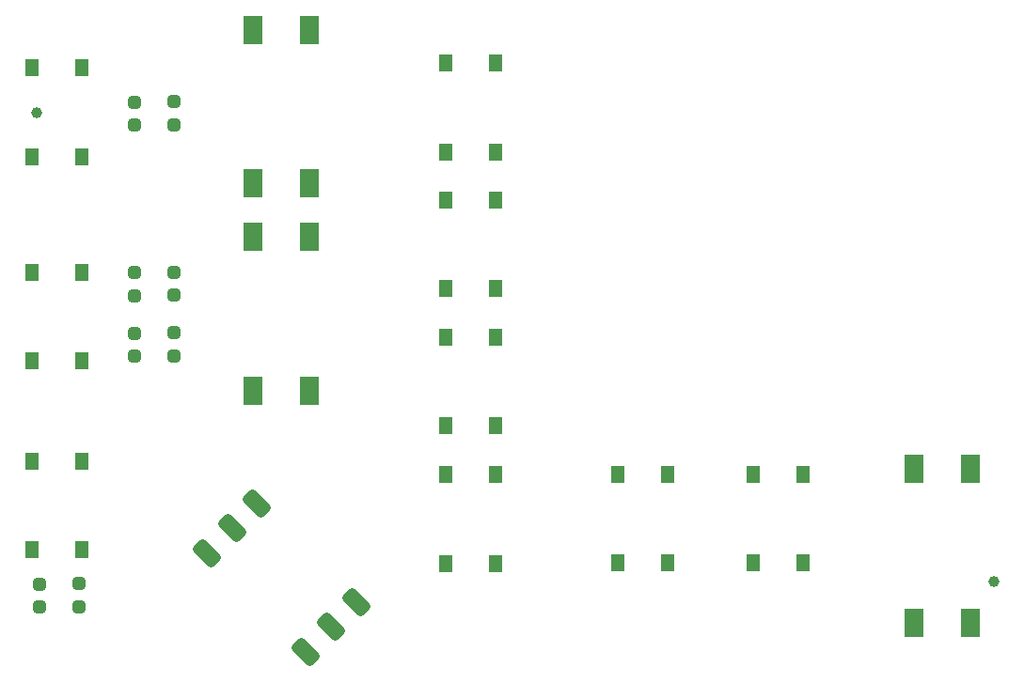
<source format=gtp>
G04*
G04 #@! TF.GenerationSoftware,Altium Limited,CircuitStudio,1.5.2 (30)*
G04*
G04 Layer_Color=204*
%FSLAX25Y25*%
%MOIN*%
G70*
G01*
G75*
G04:AMPARAMS|DCode=11|XSize=47.24mil|YSize=47.24mil|CornerRadius=15.59mil|HoleSize=0mil|Usage=FLASHONLY|Rotation=270.000|XOffset=0mil|YOffset=0mil|HoleType=Round|Shape=RoundedRectangle|*
%AMROUNDEDRECTD11*
21,1,0.04724,0.01606,0,0,270.0*
21,1,0.01606,0.04724,0,0,270.0*
1,1,0.03118,-0.00803,-0.00803*
1,1,0.03118,-0.00803,0.00803*
1,1,0.03118,0.00803,0.00803*
1,1,0.03118,0.00803,-0.00803*
%
%ADD11ROUNDEDRECTD11*%
%ADD12R,0.05118X0.06299*%
%ADD13R,0.06693X0.09843*%
G04:AMPARAMS|DCode=14|XSize=100mil|YSize=60mil|CornerRadius=15mil|HoleSize=0mil|Usage=FLASHONLY|Rotation=315.000|XOffset=0mil|YOffset=0mil|HoleType=Round|Shape=RoundedRectangle|*
%AMROUNDEDRECTD14*
21,1,0.10000,0.03000,0,0,315.0*
21,1,0.07000,0.06000,0,0,315.0*
1,1,0.03000,0.01414,-0.03536*
1,1,0.03000,-0.03536,0.01414*
1,1,0.03000,-0.01414,0.03536*
1,1,0.03000,0.03536,-0.01414*
%
%ADD14ROUNDEDRECTD14*%
%ADD15C,0.03937*%
D11*
X2930402Y1761434D02*
D03*
Y1753234D02*
D03*
X2963902Y1932434D02*
D03*
Y1924234D02*
D03*
Y1871934D02*
D03*
Y1863734D02*
D03*
Y1850434D02*
D03*
Y1842234D02*
D03*
X2949902Y1850234D02*
D03*
Y1842034D02*
D03*
Y1871734D02*
D03*
Y1863534D02*
D03*
Y1932234D02*
D03*
Y1924034D02*
D03*
X2916402Y1761234D02*
D03*
Y1753034D02*
D03*
D12*
X3187072Y1800320D02*
D03*
Y1768825D02*
D03*
X3169356D02*
D03*
Y1800320D02*
D03*
X3077958Y1946148D02*
D03*
Y1914652D02*
D03*
X3060242D02*
D03*
Y1946148D02*
D03*
X3077972Y1897682D02*
D03*
Y1866186D02*
D03*
X3060256D02*
D03*
Y1897682D02*
D03*
X3078058Y1800048D02*
D03*
Y1768552D02*
D03*
X3060342D02*
D03*
Y1800048D02*
D03*
X3077972Y1848982D02*
D03*
Y1817486D02*
D03*
X3060256D02*
D03*
Y1848982D02*
D03*
X2931260Y1871982D02*
D03*
Y1840486D02*
D03*
X2913543D02*
D03*
Y1871982D02*
D03*
X2931260Y1944482D02*
D03*
Y1912986D02*
D03*
X2913543D02*
D03*
Y1944482D02*
D03*
X2931260Y1804982D02*
D03*
Y1773486D02*
D03*
X2913543D02*
D03*
Y1804982D02*
D03*
X3138972Y1800320D02*
D03*
Y1768825D02*
D03*
X3121256D02*
D03*
Y1800320D02*
D03*
D13*
X3011902Y1884484D02*
D03*
X2991902D02*
D03*
X3011902Y1829984D02*
D03*
X2991902Y1829984D02*
D03*
X3246402Y1802084D02*
D03*
X3226402D02*
D03*
X3246402Y1747584D02*
D03*
X3226402Y1747584D02*
D03*
X3011902Y1957984D02*
D03*
X2991902D02*
D03*
X3011902Y1903484D02*
D03*
X2991902Y1903484D02*
D03*
D14*
X3019669Y1746029D02*
D03*
X2984633Y1781064D02*
D03*
X2993474Y1789905D02*
D03*
X3028510Y1754870D02*
D03*
X2975792Y1772223D02*
D03*
X3010828Y1737188D02*
D03*
D15*
X2915380Y1928446D02*
D03*
X3254700Y1762300D02*
D03*
M02*

</source>
